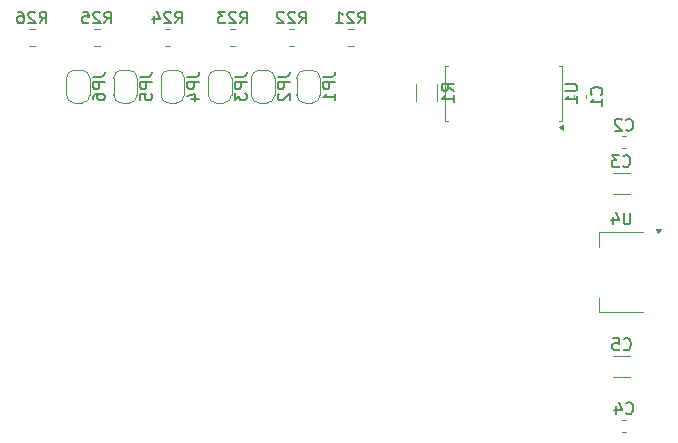
<source format=gbr>
%TF.GenerationSoftware,KiCad,Pcbnew,9.0.3*%
%TF.CreationDate,2025-07-24T22:11:21+07:00*%
%TF.ProjectId,flying thing that crashes,666c7969-6e67-4207-9468-696e67207468,rev?*%
%TF.SameCoordinates,Original*%
%TF.FileFunction,Legend,Bot*%
%TF.FilePolarity,Positive*%
%FSLAX45Y45*%
G04 Gerber Fmt 4.5, Leading zero omitted, Abs format (unit mm)*
G04 Created by KiCad (PCBNEW 9.0.3) date 2025-07-24 22:11:21*
%MOMM*%
%LPD*%
G01*
G04 APERTURE LIST*
%ADD10C,0.150000*%
%ADD11C,0.120000*%
G04 APERTURE END LIST*
D10*
X8528958Y-4963333D02*
X8533720Y-4958571D01*
X8533720Y-4958571D02*
X8538482Y-4944286D01*
X8538482Y-4944286D02*
X8538482Y-4934762D01*
X8538482Y-4934762D02*
X8533720Y-4920476D01*
X8533720Y-4920476D02*
X8524196Y-4910952D01*
X8524196Y-4910952D02*
X8514672Y-4906191D01*
X8514672Y-4906191D02*
X8495625Y-4901429D01*
X8495625Y-4901429D02*
X8481339Y-4901429D01*
X8481339Y-4901429D02*
X8462291Y-4906191D01*
X8462291Y-4906191D02*
X8452768Y-4910952D01*
X8452768Y-4910952D02*
X8443244Y-4920476D01*
X8443244Y-4920476D02*
X8438482Y-4934762D01*
X8438482Y-4934762D02*
X8438482Y-4944286D01*
X8438482Y-4944286D02*
X8443244Y-4958571D01*
X8443244Y-4958571D02*
X8448006Y-4963333D01*
X8538482Y-5058571D02*
X8538482Y-5001429D01*
X8538482Y-5030000D02*
X8438482Y-5030000D01*
X8438482Y-5030000D02*
X8452768Y-5020476D01*
X8452768Y-5020476D02*
X8462291Y-5010952D01*
X8462291Y-5010952D02*
X8467053Y-5001429D01*
X5973036Y-4361482D02*
X6006369Y-4313863D01*
X6030178Y-4361482D02*
X6030178Y-4261482D01*
X6030178Y-4261482D02*
X5992083Y-4261482D01*
X5992083Y-4261482D02*
X5982559Y-4266244D01*
X5982559Y-4266244D02*
X5977798Y-4271006D01*
X5977798Y-4271006D02*
X5973036Y-4280530D01*
X5973036Y-4280530D02*
X5973036Y-4294815D01*
X5973036Y-4294815D02*
X5977798Y-4304339D01*
X5977798Y-4304339D02*
X5982559Y-4309101D01*
X5982559Y-4309101D02*
X5992083Y-4313863D01*
X5992083Y-4313863D02*
X6030178Y-4313863D01*
X5934940Y-4271006D02*
X5930178Y-4266244D01*
X5930178Y-4266244D02*
X5920655Y-4261482D01*
X5920655Y-4261482D02*
X5896845Y-4261482D01*
X5896845Y-4261482D02*
X5887321Y-4266244D01*
X5887321Y-4266244D02*
X5882559Y-4271006D01*
X5882559Y-4271006D02*
X5877798Y-4280530D01*
X5877798Y-4280530D02*
X5877798Y-4290053D01*
X5877798Y-4290053D02*
X5882559Y-4304339D01*
X5882559Y-4304339D02*
X5939702Y-4361482D01*
X5939702Y-4361482D02*
X5877798Y-4361482D01*
X5839702Y-4271006D02*
X5834940Y-4266244D01*
X5834940Y-4266244D02*
X5825417Y-4261482D01*
X5825417Y-4261482D02*
X5801607Y-4261482D01*
X5801607Y-4261482D02*
X5792083Y-4266244D01*
X5792083Y-4266244D02*
X5787321Y-4271006D01*
X5787321Y-4271006D02*
X5782559Y-4280530D01*
X5782559Y-4280530D02*
X5782559Y-4290053D01*
X5782559Y-4290053D02*
X5787321Y-4304339D01*
X5787321Y-4304339D02*
X5844464Y-4361482D01*
X5844464Y-4361482D02*
X5782559Y-4361482D01*
X8719167Y-7118458D02*
X8723929Y-7123220D01*
X8723929Y-7123220D02*
X8738214Y-7127982D01*
X8738214Y-7127982D02*
X8747738Y-7127982D01*
X8747738Y-7127982D02*
X8762024Y-7123220D01*
X8762024Y-7123220D02*
X8771548Y-7113696D01*
X8771548Y-7113696D02*
X8776309Y-7104172D01*
X8776309Y-7104172D02*
X8781071Y-7085125D01*
X8781071Y-7085125D02*
X8781071Y-7070839D01*
X8781071Y-7070839D02*
X8776309Y-7051791D01*
X8776309Y-7051791D02*
X8771548Y-7042268D01*
X8771548Y-7042268D02*
X8762024Y-7032744D01*
X8762024Y-7032744D02*
X8747738Y-7027982D01*
X8747738Y-7027982D02*
X8738214Y-7027982D01*
X8738214Y-7027982D02*
X8723929Y-7032744D01*
X8723929Y-7032744D02*
X8719167Y-7037506D01*
X8628690Y-7027982D02*
X8676309Y-7027982D01*
X8676309Y-7027982D02*
X8681071Y-7075601D01*
X8681071Y-7075601D02*
X8676309Y-7070839D01*
X8676309Y-7070839D02*
X8666786Y-7066077D01*
X8666786Y-7066077D02*
X8642976Y-7066077D01*
X8642976Y-7066077D02*
X8633452Y-7070839D01*
X8633452Y-7070839D02*
X8628690Y-7075601D01*
X8628690Y-7075601D02*
X8623929Y-7085125D01*
X8623929Y-7085125D02*
X8623929Y-7108934D01*
X8623929Y-7108934D02*
X8628690Y-7118458D01*
X8628690Y-7118458D02*
X8633452Y-7123220D01*
X8633452Y-7123220D02*
X8642976Y-7127982D01*
X8642976Y-7127982D02*
X8666786Y-7127982D01*
X8666786Y-7127982D02*
X8676309Y-7123220D01*
X8676309Y-7123220D02*
X8681071Y-7118458D01*
X4625482Y-4812667D02*
X4696910Y-4812667D01*
X4696910Y-4812667D02*
X4711196Y-4807905D01*
X4711196Y-4807905D02*
X4720720Y-4798381D01*
X4720720Y-4798381D02*
X4725482Y-4784095D01*
X4725482Y-4784095D02*
X4725482Y-4774571D01*
X4725482Y-4860286D02*
X4625482Y-4860286D01*
X4625482Y-4860286D02*
X4625482Y-4898381D01*
X4625482Y-4898381D02*
X4630244Y-4907905D01*
X4630244Y-4907905D02*
X4635006Y-4912667D01*
X4635006Y-4912667D02*
X4644530Y-4917429D01*
X4644530Y-4917429D02*
X4658815Y-4917429D01*
X4658815Y-4917429D02*
X4668339Y-4912667D01*
X4668339Y-4912667D02*
X4673101Y-4907905D01*
X4673101Y-4907905D02*
X4677863Y-4898381D01*
X4677863Y-4898381D02*
X4677863Y-4860286D01*
X4625482Y-5007905D02*
X4625482Y-4960286D01*
X4625482Y-4960286D02*
X4673101Y-4955524D01*
X4673101Y-4955524D02*
X4668339Y-4960286D01*
X4668339Y-4960286D02*
X4663577Y-4969810D01*
X4663577Y-4969810D02*
X4663577Y-4993619D01*
X4663577Y-4993619D02*
X4668339Y-5003143D01*
X4668339Y-5003143D02*
X4673101Y-5007905D01*
X4673101Y-5007905D02*
X4682625Y-5012667D01*
X4682625Y-5012667D02*
X4706434Y-5012667D01*
X4706434Y-5012667D02*
X4715958Y-5007905D01*
X4715958Y-5007905D02*
X4720720Y-5003143D01*
X4720720Y-5003143D02*
X4725482Y-4993619D01*
X4725482Y-4993619D02*
X4725482Y-4969810D01*
X4725482Y-4969810D02*
X4720720Y-4960286D01*
X4720720Y-4960286D02*
X4715958Y-4955524D01*
X8739167Y-7660458D02*
X8743929Y-7665220D01*
X8743929Y-7665220D02*
X8758214Y-7669982D01*
X8758214Y-7669982D02*
X8767738Y-7669982D01*
X8767738Y-7669982D02*
X8782024Y-7665220D01*
X8782024Y-7665220D02*
X8791548Y-7655696D01*
X8791548Y-7655696D02*
X8796309Y-7646172D01*
X8796309Y-7646172D02*
X8801071Y-7627125D01*
X8801071Y-7627125D02*
X8801071Y-7612839D01*
X8801071Y-7612839D02*
X8796309Y-7593791D01*
X8796309Y-7593791D02*
X8791548Y-7584268D01*
X8791548Y-7584268D02*
X8782024Y-7574744D01*
X8782024Y-7574744D02*
X8767738Y-7569982D01*
X8767738Y-7569982D02*
X8758214Y-7569982D01*
X8758214Y-7569982D02*
X8743929Y-7574744D01*
X8743929Y-7574744D02*
X8739167Y-7579506D01*
X8653452Y-7603315D02*
X8653452Y-7669982D01*
X8677262Y-7565220D02*
X8701071Y-7636648D01*
X8701071Y-7636648D02*
X8639167Y-7636648D01*
X7278482Y-4932083D02*
X7230863Y-4898750D01*
X7278482Y-4874941D02*
X7178482Y-4874941D01*
X7178482Y-4874941D02*
X7178482Y-4913036D01*
X7178482Y-4913036D02*
X7183244Y-4922560D01*
X7183244Y-4922560D02*
X7188006Y-4927321D01*
X7188006Y-4927321D02*
X7197529Y-4932083D01*
X7197529Y-4932083D02*
X7211815Y-4932083D01*
X7211815Y-4932083D02*
X7221339Y-4927321D01*
X7221339Y-4927321D02*
X7226101Y-4922560D01*
X7226101Y-4922560D02*
X7230863Y-4913036D01*
X7230863Y-4913036D02*
X7230863Y-4874941D01*
X7278482Y-5027321D02*
X7278482Y-4970179D01*
X7278482Y-4998750D02*
X7178482Y-4998750D01*
X7178482Y-4998750D02*
X7192768Y-4989226D01*
X7192768Y-4989226D02*
X7202291Y-4979702D01*
X7202291Y-4979702D02*
X7207053Y-4970179D01*
X5425482Y-4812667D02*
X5496910Y-4812667D01*
X5496910Y-4812667D02*
X5511196Y-4807905D01*
X5511196Y-4807905D02*
X5520720Y-4798381D01*
X5520720Y-4798381D02*
X5525482Y-4784095D01*
X5525482Y-4784095D02*
X5525482Y-4774571D01*
X5525482Y-4860286D02*
X5425482Y-4860286D01*
X5425482Y-4860286D02*
X5425482Y-4898381D01*
X5425482Y-4898381D02*
X5430244Y-4907905D01*
X5430244Y-4907905D02*
X5435006Y-4912667D01*
X5435006Y-4912667D02*
X5444530Y-4917429D01*
X5444530Y-4917429D02*
X5458815Y-4917429D01*
X5458815Y-4917429D02*
X5468339Y-4912667D01*
X5468339Y-4912667D02*
X5473101Y-4907905D01*
X5473101Y-4907905D02*
X5477863Y-4898381D01*
X5477863Y-4898381D02*
X5477863Y-4860286D01*
X5425482Y-4950762D02*
X5425482Y-5012667D01*
X5425482Y-5012667D02*
X5463577Y-4979333D01*
X5463577Y-4979333D02*
X5463577Y-4993619D01*
X5463577Y-4993619D02*
X5468339Y-5003143D01*
X5468339Y-5003143D02*
X5473101Y-5007905D01*
X5473101Y-5007905D02*
X5482625Y-5012667D01*
X5482625Y-5012667D02*
X5506434Y-5012667D01*
X5506434Y-5012667D02*
X5515958Y-5007905D01*
X5515958Y-5007905D02*
X5520720Y-5003143D01*
X5520720Y-5003143D02*
X5525482Y-4993619D01*
X5525482Y-4993619D02*
X5525482Y-4965048D01*
X5525482Y-4965048D02*
X5520720Y-4955524D01*
X5520720Y-4955524D02*
X5515958Y-4950762D01*
X5025482Y-4812667D02*
X5096910Y-4812667D01*
X5096910Y-4812667D02*
X5111196Y-4807905D01*
X5111196Y-4807905D02*
X5120720Y-4798381D01*
X5120720Y-4798381D02*
X5125482Y-4784095D01*
X5125482Y-4784095D02*
X5125482Y-4774571D01*
X5125482Y-4860286D02*
X5025482Y-4860286D01*
X5025482Y-4860286D02*
X5025482Y-4898381D01*
X5025482Y-4898381D02*
X5030244Y-4907905D01*
X5030244Y-4907905D02*
X5035006Y-4912667D01*
X5035006Y-4912667D02*
X5044530Y-4917429D01*
X5044530Y-4917429D02*
X5058815Y-4917429D01*
X5058815Y-4917429D02*
X5068339Y-4912667D01*
X5068339Y-4912667D02*
X5073101Y-4907905D01*
X5073101Y-4907905D02*
X5077863Y-4898381D01*
X5077863Y-4898381D02*
X5077863Y-4860286D01*
X5058815Y-5003143D02*
X5125482Y-5003143D01*
X5020720Y-4979333D02*
X5092149Y-4955524D01*
X5092149Y-4955524D02*
X5092149Y-5017429D01*
X4225482Y-4812667D02*
X4296910Y-4812667D01*
X4296910Y-4812667D02*
X4311196Y-4807905D01*
X4311196Y-4807905D02*
X4320720Y-4798381D01*
X4320720Y-4798381D02*
X4325482Y-4784095D01*
X4325482Y-4784095D02*
X4325482Y-4774571D01*
X4325482Y-4860286D02*
X4225482Y-4860286D01*
X4225482Y-4860286D02*
X4225482Y-4898381D01*
X4225482Y-4898381D02*
X4230244Y-4907905D01*
X4230244Y-4907905D02*
X4235006Y-4912667D01*
X4235006Y-4912667D02*
X4244530Y-4917429D01*
X4244530Y-4917429D02*
X4258815Y-4917429D01*
X4258815Y-4917429D02*
X4268339Y-4912667D01*
X4268339Y-4912667D02*
X4273101Y-4907905D01*
X4273101Y-4907905D02*
X4277863Y-4898381D01*
X4277863Y-4898381D02*
X4277863Y-4860286D01*
X4225482Y-5003143D02*
X4225482Y-4984095D01*
X4225482Y-4984095D02*
X4230244Y-4974571D01*
X4230244Y-4974571D02*
X4235006Y-4969810D01*
X4235006Y-4969810D02*
X4249291Y-4960286D01*
X4249291Y-4960286D02*
X4268339Y-4955524D01*
X4268339Y-4955524D02*
X4306434Y-4955524D01*
X4306434Y-4955524D02*
X4315958Y-4960286D01*
X4315958Y-4960286D02*
X4320720Y-4965048D01*
X4320720Y-4965048D02*
X4325482Y-4974571D01*
X4325482Y-4974571D02*
X4325482Y-4993619D01*
X4325482Y-4993619D02*
X4320720Y-5003143D01*
X4320720Y-5003143D02*
X4315958Y-5007905D01*
X4315958Y-5007905D02*
X4306434Y-5012667D01*
X4306434Y-5012667D02*
X4282625Y-5012667D01*
X4282625Y-5012667D02*
X4273101Y-5007905D01*
X4273101Y-5007905D02*
X4268339Y-5003143D01*
X4268339Y-5003143D02*
X4263577Y-4993619D01*
X4263577Y-4993619D02*
X4263577Y-4974571D01*
X4263577Y-4974571D02*
X4268339Y-4965048D01*
X4268339Y-4965048D02*
X4273101Y-4960286D01*
X4273101Y-4960286D02*
X4282625Y-4955524D01*
X8714167Y-5568458D02*
X8718929Y-5573220D01*
X8718929Y-5573220D02*
X8733214Y-5577982D01*
X8733214Y-5577982D02*
X8742738Y-5577982D01*
X8742738Y-5577982D02*
X8757024Y-5573220D01*
X8757024Y-5573220D02*
X8766548Y-5563696D01*
X8766548Y-5563696D02*
X8771309Y-5554172D01*
X8771309Y-5554172D02*
X8776071Y-5535125D01*
X8776071Y-5535125D02*
X8776071Y-5520839D01*
X8776071Y-5520839D02*
X8771309Y-5501791D01*
X8771309Y-5501791D02*
X8766548Y-5492268D01*
X8766548Y-5492268D02*
X8757024Y-5482744D01*
X8757024Y-5482744D02*
X8742738Y-5477982D01*
X8742738Y-5477982D02*
X8733214Y-5477982D01*
X8733214Y-5477982D02*
X8718929Y-5482744D01*
X8718929Y-5482744D02*
X8714167Y-5487506D01*
X8680833Y-5477982D02*
X8618929Y-5477982D01*
X8618929Y-5477982D02*
X8652262Y-5516077D01*
X8652262Y-5516077D02*
X8637976Y-5516077D01*
X8637976Y-5516077D02*
X8628452Y-5520839D01*
X8628452Y-5520839D02*
X8623690Y-5525601D01*
X8623690Y-5525601D02*
X8618929Y-5535125D01*
X8618929Y-5535125D02*
X8618929Y-5558934D01*
X8618929Y-5558934D02*
X8623690Y-5568458D01*
X8623690Y-5568458D02*
X8628452Y-5573220D01*
X8628452Y-5573220D02*
X8637976Y-5577982D01*
X8637976Y-5577982D02*
X8666548Y-5577982D01*
X8666548Y-5577982D02*
X8676071Y-5573220D01*
X8676071Y-5573220D02*
X8680833Y-5568458D01*
X4323036Y-4361482D02*
X4356369Y-4313863D01*
X4380179Y-4361482D02*
X4380179Y-4261482D01*
X4380179Y-4261482D02*
X4342083Y-4261482D01*
X4342083Y-4261482D02*
X4332560Y-4266244D01*
X4332560Y-4266244D02*
X4327798Y-4271006D01*
X4327798Y-4271006D02*
X4323036Y-4280530D01*
X4323036Y-4280530D02*
X4323036Y-4294815D01*
X4323036Y-4294815D02*
X4327798Y-4304339D01*
X4327798Y-4304339D02*
X4332560Y-4309101D01*
X4332560Y-4309101D02*
X4342083Y-4313863D01*
X4342083Y-4313863D02*
X4380179Y-4313863D01*
X4284940Y-4271006D02*
X4280179Y-4266244D01*
X4280179Y-4266244D02*
X4270655Y-4261482D01*
X4270655Y-4261482D02*
X4246845Y-4261482D01*
X4246845Y-4261482D02*
X4237321Y-4266244D01*
X4237321Y-4266244D02*
X4232560Y-4271006D01*
X4232560Y-4271006D02*
X4227798Y-4280530D01*
X4227798Y-4280530D02*
X4227798Y-4290053D01*
X4227798Y-4290053D02*
X4232560Y-4304339D01*
X4232560Y-4304339D02*
X4289702Y-4361482D01*
X4289702Y-4361482D02*
X4227798Y-4361482D01*
X4137321Y-4261482D02*
X4184940Y-4261482D01*
X4184940Y-4261482D02*
X4189702Y-4309101D01*
X4189702Y-4309101D02*
X4184940Y-4304339D01*
X4184940Y-4304339D02*
X4175417Y-4299577D01*
X4175417Y-4299577D02*
X4151607Y-4299577D01*
X4151607Y-4299577D02*
X4142083Y-4304339D01*
X4142083Y-4304339D02*
X4137321Y-4309101D01*
X4137321Y-4309101D02*
X4132559Y-4318625D01*
X4132559Y-4318625D02*
X4132559Y-4342434D01*
X4132559Y-4342434D02*
X4137321Y-4351958D01*
X4137321Y-4351958D02*
X4142083Y-4356720D01*
X4142083Y-4356720D02*
X4151607Y-4361482D01*
X4151607Y-4361482D02*
X4175417Y-4361482D01*
X4175417Y-4361482D02*
X4184940Y-4356720D01*
X4184940Y-4356720D02*
X4189702Y-4351958D01*
X5790482Y-4812667D02*
X5861910Y-4812667D01*
X5861910Y-4812667D02*
X5876196Y-4807905D01*
X5876196Y-4807905D02*
X5885720Y-4798381D01*
X5885720Y-4798381D02*
X5890482Y-4784095D01*
X5890482Y-4784095D02*
X5890482Y-4774571D01*
X5890482Y-4860286D02*
X5790482Y-4860286D01*
X5790482Y-4860286D02*
X5790482Y-4898381D01*
X5790482Y-4898381D02*
X5795244Y-4907905D01*
X5795244Y-4907905D02*
X5800006Y-4912667D01*
X5800006Y-4912667D02*
X5809529Y-4917429D01*
X5809529Y-4917429D02*
X5823815Y-4917429D01*
X5823815Y-4917429D02*
X5833339Y-4912667D01*
X5833339Y-4912667D02*
X5838101Y-4907905D01*
X5838101Y-4907905D02*
X5842863Y-4898381D01*
X5842863Y-4898381D02*
X5842863Y-4860286D01*
X5800006Y-4955524D02*
X5795244Y-4960286D01*
X5795244Y-4960286D02*
X5790482Y-4969810D01*
X5790482Y-4969810D02*
X5790482Y-4993619D01*
X5790482Y-4993619D02*
X5795244Y-5003143D01*
X5795244Y-5003143D02*
X5800006Y-5007905D01*
X5800006Y-5007905D02*
X5809529Y-5012667D01*
X5809529Y-5012667D02*
X5819053Y-5012667D01*
X5819053Y-5012667D02*
X5833339Y-5007905D01*
X5833339Y-5007905D02*
X5890482Y-4950762D01*
X5890482Y-4950762D02*
X5890482Y-5012667D01*
X8225482Y-4876310D02*
X8306434Y-4876310D01*
X8306434Y-4876310D02*
X8315958Y-4881071D01*
X8315958Y-4881071D02*
X8320720Y-4885833D01*
X8320720Y-4885833D02*
X8325482Y-4895357D01*
X8325482Y-4895357D02*
X8325482Y-4914405D01*
X8325482Y-4914405D02*
X8320720Y-4923929D01*
X8320720Y-4923929D02*
X8315958Y-4928690D01*
X8315958Y-4928690D02*
X8306434Y-4933452D01*
X8306434Y-4933452D02*
X8225482Y-4933452D01*
X8325482Y-5033452D02*
X8325482Y-4976310D01*
X8325482Y-5004881D02*
X8225482Y-5004881D01*
X8225482Y-5004881D02*
X8239768Y-4995357D01*
X8239768Y-4995357D02*
X8249291Y-4985833D01*
X8249291Y-4985833D02*
X8254053Y-4976310D01*
X8739167Y-5260458D02*
X8743929Y-5265220D01*
X8743929Y-5265220D02*
X8758214Y-5269982D01*
X8758214Y-5269982D02*
X8767738Y-5269982D01*
X8767738Y-5269982D02*
X8782024Y-5265220D01*
X8782024Y-5265220D02*
X8791548Y-5255696D01*
X8791548Y-5255696D02*
X8796309Y-5246172D01*
X8796309Y-5246172D02*
X8801071Y-5227125D01*
X8801071Y-5227125D02*
X8801071Y-5212839D01*
X8801071Y-5212839D02*
X8796309Y-5193791D01*
X8796309Y-5193791D02*
X8791548Y-5184268D01*
X8791548Y-5184268D02*
X8782024Y-5174744D01*
X8782024Y-5174744D02*
X8767738Y-5169982D01*
X8767738Y-5169982D02*
X8758214Y-5169982D01*
X8758214Y-5169982D02*
X8743929Y-5174744D01*
X8743929Y-5174744D02*
X8739167Y-5179506D01*
X8701071Y-5179506D02*
X8696309Y-5174744D01*
X8696309Y-5174744D02*
X8686786Y-5169982D01*
X8686786Y-5169982D02*
X8662976Y-5169982D01*
X8662976Y-5169982D02*
X8653452Y-5174744D01*
X8653452Y-5174744D02*
X8648690Y-5179506D01*
X8648690Y-5179506D02*
X8643929Y-5189030D01*
X8643929Y-5189030D02*
X8643929Y-5198553D01*
X8643929Y-5198553D02*
X8648690Y-5212839D01*
X8648690Y-5212839D02*
X8705833Y-5269982D01*
X8705833Y-5269982D02*
X8643929Y-5269982D01*
X8776190Y-5962982D02*
X8776190Y-6043934D01*
X8776190Y-6043934D02*
X8771429Y-6053458D01*
X8771429Y-6053458D02*
X8766667Y-6058220D01*
X8766667Y-6058220D02*
X8757143Y-6062982D01*
X8757143Y-6062982D02*
X8738095Y-6062982D01*
X8738095Y-6062982D02*
X8728571Y-6058220D01*
X8728571Y-6058220D02*
X8723810Y-6053458D01*
X8723810Y-6053458D02*
X8719048Y-6043934D01*
X8719048Y-6043934D02*
X8719048Y-5962982D01*
X8628571Y-5996315D02*
X8628571Y-6062982D01*
X8652381Y-5958220D02*
X8676190Y-6029648D01*
X8676190Y-6029648D02*
X8614286Y-6029648D01*
X3773036Y-4361482D02*
X3806369Y-4313863D01*
X3830178Y-4361482D02*
X3830178Y-4261482D01*
X3830178Y-4261482D02*
X3792083Y-4261482D01*
X3792083Y-4261482D02*
X3782559Y-4266244D01*
X3782559Y-4266244D02*
X3777798Y-4271006D01*
X3777798Y-4271006D02*
X3773036Y-4280530D01*
X3773036Y-4280530D02*
X3773036Y-4294815D01*
X3773036Y-4294815D02*
X3777798Y-4304339D01*
X3777798Y-4304339D02*
X3782559Y-4309101D01*
X3782559Y-4309101D02*
X3792083Y-4313863D01*
X3792083Y-4313863D02*
X3830178Y-4313863D01*
X3734940Y-4271006D02*
X3730178Y-4266244D01*
X3730178Y-4266244D02*
X3720655Y-4261482D01*
X3720655Y-4261482D02*
X3696845Y-4261482D01*
X3696845Y-4261482D02*
X3687321Y-4266244D01*
X3687321Y-4266244D02*
X3682559Y-4271006D01*
X3682559Y-4271006D02*
X3677798Y-4280530D01*
X3677798Y-4280530D02*
X3677798Y-4290053D01*
X3677798Y-4290053D02*
X3682559Y-4304339D01*
X3682559Y-4304339D02*
X3739702Y-4361482D01*
X3739702Y-4361482D02*
X3677798Y-4361482D01*
X3592083Y-4261482D02*
X3611131Y-4261482D01*
X3611131Y-4261482D02*
X3620655Y-4266244D01*
X3620655Y-4266244D02*
X3625417Y-4271006D01*
X3625417Y-4271006D02*
X3634940Y-4285291D01*
X3634940Y-4285291D02*
X3639702Y-4304339D01*
X3639702Y-4304339D02*
X3639702Y-4342434D01*
X3639702Y-4342434D02*
X3634940Y-4351958D01*
X3634940Y-4351958D02*
X3630178Y-4356720D01*
X3630178Y-4356720D02*
X3620655Y-4361482D01*
X3620655Y-4361482D02*
X3601607Y-4361482D01*
X3601607Y-4361482D02*
X3592083Y-4356720D01*
X3592083Y-4356720D02*
X3587321Y-4351958D01*
X3587321Y-4351958D02*
X3582559Y-4342434D01*
X3582559Y-4342434D02*
X3582559Y-4318625D01*
X3582559Y-4318625D02*
X3587321Y-4309101D01*
X3587321Y-4309101D02*
X3592083Y-4304339D01*
X3592083Y-4304339D02*
X3601607Y-4299577D01*
X3601607Y-4299577D02*
X3620655Y-4299577D01*
X3620655Y-4299577D02*
X3630178Y-4304339D01*
X3630178Y-4304339D02*
X3634940Y-4309101D01*
X3634940Y-4309101D02*
X3639702Y-4318625D01*
X4923036Y-4361482D02*
X4956369Y-4313863D01*
X4980179Y-4361482D02*
X4980179Y-4261482D01*
X4980179Y-4261482D02*
X4942083Y-4261482D01*
X4942083Y-4261482D02*
X4932560Y-4266244D01*
X4932560Y-4266244D02*
X4927798Y-4271006D01*
X4927798Y-4271006D02*
X4923036Y-4280530D01*
X4923036Y-4280530D02*
X4923036Y-4294815D01*
X4923036Y-4294815D02*
X4927798Y-4304339D01*
X4927798Y-4304339D02*
X4932560Y-4309101D01*
X4932560Y-4309101D02*
X4942083Y-4313863D01*
X4942083Y-4313863D02*
X4980179Y-4313863D01*
X4884940Y-4271006D02*
X4880179Y-4266244D01*
X4880179Y-4266244D02*
X4870655Y-4261482D01*
X4870655Y-4261482D02*
X4846845Y-4261482D01*
X4846845Y-4261482D02*
X4837321Y-4266244D01*
X4837321Y-4266244D02*
X4832560Y-4271006D01*
X4832560Y-4271006D02*
X4827798Y-4280530D01*
X4827798Y-4280530D02*
X4827798Y-4290053D01*
X4827798Y-4290053D02*
X4832560Y-4304339D01*
X4832560Y-4304339D02*
X4889702Y-4361482D01*
X4889702Y-4361482D02*
X4827798Y-4361482D01*
X4742083Y-4294815D02*
X4742083Y-4361482D01*
X4765893Y-4256720D02*
X4789702Y-4328149D01*
X4789702Y-4328149D02*
X4727798Y-4328149D01*
X6473036Y-4361482D02*
X6506369Y-4313863D01*
X6530178Y-4361482D02*
X6530178Y-4261482D01*
X6530178Y-4261482D02*
X6492083Y-4261482D01*
X6492083Y-4261482D02*
X6482559Y-4266244D01*
X6482559Y-4266244D02*
X6477798Y-4271006D01*
X6477798Y-4271006D02*
X6473036Y-4280530D01*
X6473036Y-4280530D02*
X6473036Y-4294815D01*
X6473036Y-4294815D02*
X6477798Y-4304339D01*
X6477798Y-4304339D02*
X6482559Y-4309101D01*
X6482559Y-4309101D02*
X6492083Y-4313863D01*
X6492083Y-4313863D02*
X6530178Y-4313863D01*
X6434940Y-4271006D02*
X6430178Y-4266244D01*
X6430178Y-4266244D02*
X6420655Y-4261482D01*
X6420655Y-4261482D02*
X6396845Y-4261482D01*
X6396845Y-4261482D02*
X6387321Y-4266244D01*
X6387321Y-4266244D02*
X6382559Y-4271006D01*
X6382559Y-4271006D02*
X6377798Y-4280530D01*
X6377798Y-4280530D02*
X6377798Y-4290053D01*
X6377798Y-4290053D02*
X6382559Y-4304339D01*
X6382559Y-4304339D02*
X6439702Y-4361482D01*
X6439702Y-4361482D02*
X6377798Y-4361482D01*
X6282559Y-4361482D02*
X6339702Y-4361482D01*
X6311131Y-4361482D02*
X6311131Y-4261482D01*
X6311131Y-4261482D02*
X6320655Y-4275768D01*
X6320655Y-4275768D02*
X6330178Y-4285291D01*
X6330178Y-4285291D02*
X6339702Y-4290053D01*
X5473036Y-4361482D02*
X5506369Y-4313863D01*
X5530179Y-4361482D02*
X5530179Y-4261482D01*
X5530179Y-4261482D02*
X5492083Y-4261482D01*
X5492083Y-4261482D02*
X5482560Y-4266244D01*
X5482560Y-4266244D02*
X5477798Y-4271006D01*
X5477798Y-4271006D02*
X5473036Y-4280530D01*
X5473036Y-4280530D02*
X5473036Y-4294815D01*
X5473036Y-4294815D02*
X5477798Y-4304339D01*
X5477798Y-4304339D02*
X5482560Y-4309101D01*
X5482560Y-4309101D02*
X5492083Y-4313863D01*
X5492083Y-4313863D02*
X5530179Y-4313863D01*
X5434940Y-4271006D02*
X5430179Y-4266244D01*
X5430179Y-4266244D02*
X5420655Y-4261482D01*
X5420655Y-4261482D02*
X5396845Y-4261482D01*
X5396845Y-4261482D02*
X5387321Y-4266244D01*
X5387321Y-4266244D02*
X5382560Y-4271006D01*
X5382560Y-4271006D02*
X5377798Y-4280530D01*
X5377798Y-4280530D02*
X5377798Y-4290053D01*
X5377798Y-4290053D02*
X5382560Y-4304339D01*
X5382560Y-4304339D02*
X5439702Y-4361482D01*
X5439702Y-4361482D02*
X5377798Y-4361482D01*
X5344464Y-4261482D02*
X5282560Y-4261482D01*
X5282560Y-4261482D02*
X5315893Y-4299577D01*
X5315893Y-4299577D02*
X5301607Y-4299577D01*
X5301607Y-4299577D02*
X5292083Y-4304339D01*
X5292083Y-4304339D02*
X5287321Y-4309101D01*
X5287321Y-4309101D02*
X5282560Y-4318625D01*
X5282560Y-4318625D02*
X5282560Y-4342434D01*
X5282560Y-4342434D02*
X5287321Y-4351958D01*
X5287321Y-4351958D02*
X5292083Y-4356720D01*
X5292083Y-4356720D02*
X5301607Y-4361482D01*
X5301607Y-4361482D02*
X5330179Y-4361482D01*
X5330179Y-4361482D02*
X5339702Y-4356720D01*
X5339702Y-4356720D02*
X5344464Y-4351958D01*
X6175482Y-4812667D02*
X6246910Y-4812667D01*
X6246910Y-4812667D02*
X6261196Y-4807905D01*
X6261196Y-4807905D02*
X6270720Y-4798381D01*
X6270720Y-4798381D02*
X6275482Y-4784095D01*
X6275482Y-4784095D02*
X6275482Y-4774571D01*
X6275482Y-4860286D02*
X6175482Y-4860286D01*
X6175482Y-4860286D02*
X6175482Y-4898381D01*
X6175482Y-4898381D02*
X6180244Y-4907905D01*
X6180244Y-4907905D02*
X6185006Y-4912667D01*
X6185006Y-4912667D02*
X6194529Y-4917429D01*
X6194529Y-4917429D02*
X6208815Y-4917429D01*
X6208815Y-4917429D02*
X6218339Y-4912667D01*
X6218339Y-4912667D02*
X6223101Y-4907905D01*
X6223101Y-4907905D02*
X6227863Y-4898381D01*
X6227863Y-4898381D02*
X6227863Y-4860286D01*
X6275482Y-5012667D02*
X6275482Y-4955524D01*
X6275482Y-4984095D02*
X6175482Y-4984095D01*
X6175482Y-4984095D02*
X6189768Y-4974571D01*
X6189768Y-4974571D02*
X6199291Y-4965048D01*
X6199291Y-4965048D02*
X6204053Y-4955524D01*
D11*
%TO.C,C1*%
X8299000Y-4994058D02*
X8299000Y-4965942D01*
X8401000Y-4994058D02*
X8401000Y-4965942D01*
%TO.C,R22*%
X5931456Y-4407500D02*
X5886044Y-4407500D01*
X5931456Y-4554500D02*
X5886044Y-4554500D01*
%TO.C,C5*%
X8773625Y-7176500D02*
X8631375Y-7176500D01*
X8773625Y-7358500D02*
X8631375Y-7358500D01*
%TO.C,JP5*%
X4400000Y-4826000D02*
X4400000Y-4966000D01*
X4470000Y-5036000D02*
X4530000Y-5036000D01*
X4530000Y-4756000D02*
X4470000Y-4756000D01*
X4600000Y-4966000D02*
X4600000Y-4826000D01*
X4400000Y-4826000D02*
G75*
G02*
X4470000Y-4756000I70000J0D01*
G01*
X4470000Y-5036000D02*
G75*
G02*
X4400000Y-4966000I0J70000D01*
G01*
X4530000Y-4756000D02*
G75*
G02*
X4600000Y-4826000I0J-70000D01*
G01*
X4600000Y-4966000D02*
G75*
G02*
X4530000Y-5036000I-70000J0D01*
G01*
%TO.C,C4*%
X8736558Y-7716500D02*
X8708442Y-7716500D01*
X8736558Y-7818500D02*
X8708442Y-7818500D01*
%TO.C,R1*%
X6959000Y-5021456D02*
X6959000Y-4876044D01*
X7141000Y-5021456D02*
X7141000Y-4876044D01*
%TO.C,JP3*%
X5200000Y-4826000D02*
X5200000Y-4966000D01*
X5270000Y-5036000D02*
X5330000Y-5036000D01*
X5330000Y-4756000D02*
X5270000Y-4756000D01*
X5400000Y-4966000D02*
X5400000Y-4826000D01*
X5200000Y-4826000D02*
G75*
G02*
X5270000Y-4756000I70000J0D01*
G01*
X5270000Y-5036000D02*
G75*
G02*
X5200000Y-4966000I0J70000D01*
G01*
X5330000Y-4756000D02*
G75*
G02*
X5400000Y-4826000I0J-70000D01*
G01*
X5400000Y-4966000D02*
G75*
G02*
X5330000Y-5036000I-70000J0D01*
G01*
%TO.C,JP4*%
X4800000Y-4826000D02*
X4800000Y-4966000D01*
X4870000Y-5036000D02*
X4930000Y-5036000D01*
X4930000Y-4756000D02*
X4870000Y-4756000D01*
X5000000Y-4966000D02*
X5000000Y-4826000D01*
X4800000Y-4826000D02*
G75*
G02*
X4870000Y-4756000I70000J0D01*
G01*
X4870000Y-5036000D02*
G75*
G02*
X4800000Y-4966000I0J70000D01*
G01*
X4930000Y-4756000D02*
G75*
G02*
X5000000Y-4826000I0J-70000D01*
G01*
X5000000Y-4966000D02*
G75*
G02*
X4930000Y-5036000I-70000J0D01*
G01*
%TO.C,JP6*%
X4000000Y-4826000D02*
X4000000Y-4966000D01*
X4070000Y-5036000D02*
X4130000Y-5036000D01*
X4130000Y-4756000D02*
X4070000Y-4756000D01*
X4200000Y-4966000D02*
X4200000Y-4826000D01*
X4000000Y-4826000D02*
G75*
G02*
X4070000Y-4756000I70000J0D01*
G01*
X4070000Y-5036000D02*
G75*
G02*
X4000000Y-4966000I0J70000D01*
G01*
X4130000Y-4756000D02*
G75*
G02*
X4200000Y-4826000I0J-70000D01*
G01*
X4200000Y-4966000D02*
G75*
G02*
X4130000Y-5036000I-70000J0D01*
G01*
%TO.C,C3*%
X8768625Y-5626500D02*
X8626375Y-5626500D01*
X8768625Y-5808500D02*
X8626375Y-5808500D01*
%TO.C,R25*%
X4281456Y-4407500D02*
X4236044Y-4407500D01*
X4281456Y-4554500D02*
X4236044Y-4554500D01*
%TO.C,JP2*%
X5565000Y-4826000D02*
X5565000Y-4966000D01*
X5635000Y-5036000D02*
X5695000Y-5036000D01*
X5695000Y-4756000D02*
X5635000Y-4756000D01*
X5765000Y-4966000D02*
X5765000Y-4826000D01*
X5565000Y-4826000D02*
G75*
G02*
X5635000Y-4756000I70000J0D01*
G01*
X5635000Y-5036000D02*
G75*
G02*
X5565000Y-4966000I0J70000D01*
G01*
X5695000Y-4756000D02*
G75*
G02*
X5765000Y-4826000I0J-70000D01*
G01*
X5765000Y-4966000D02*
G75*
G02*
X5695000Y-5036000I-70000J0D01*
G01*
%TO.C,U1*%
X7204000Y-4721500D02*
X7231500Y-4721500D01*
X7204000Y-4952500D02*
X7204000Y-4721500D01*
X7204000Y-4952500D02*
X7204000Y-5183500D01*
X7204000Y-5183500D02*
X7231500Y-5183500D01*
X8196000Y-4721500D02*
X8168500Y-4721500D01*
X8196000Y-4952500D02*
X8196000Y-4721500D01*
X8196000Y-4952500D02*
X8196000Y-5183500D01*
X8196000Y-5183500D02*
X8168500Y-5183500D01*
X8201500Y-5266500D02*
X8168500Y-5242500D01*
X8201500Y-5218500D01*
X8201500Y-5266500D01*
G36*
X8201500Y-5266500D02*
G01*
X8168500Y-5242500D01*
X8201500Y-5218500D01*
X8201500Y-5266500D01*
G37*
%TO.C,C2*%
X8736558Y-5316500D02*
X8708442Y-5316500D01*
X8736558Y-5418500D02*
X8708442Y-5418500D01*
%TO.C,U4*%
X8509000Y-6126500D02*
X8509000Y-6252500D01*
X8509000Y-6808500D02*
X8509000Y-6682500D01*
X8885000Y-6126500D02*
X8509000Y-6126500D01*
X8885000Y-6808500D02*
X8509000Y-6808500D01*
X9013000Y-6136500D02*
X8989000Y-6103500D01*
X9037000Y-6103500D01*
X9013000Y-6136500D01*
G36*
X9013000Y-6136500D02*
G01*
X8989000Y-6103500D01*
X9037000Y-6103500D01*
X9013000Y-6136500D01*
G37*
%TO.C,R26*%
X3731456Y-4407500D02*
X3686044Y-4407500D01*
X3731456Y-4554500D02*
X3686044Y-4554500D01*
%TO.C,R24*%
X4881456Y-4407500D02*
X4836044Y-4407500D01*
X4881456Y-4554500D02*
X4836044Y-4554500D01*
%TO.C,R21*%
X6431456Y-4407500D02*
X6386044Y-4407500D01*
X6431456Y-4554500D02*
X6386044Y-4554500D01*
%TO.C,R23*%
X5431456Y-4407500D02*
X5386044Y-4407500D01*
X5431456Y-4554500D02*
X5386044Y-4554500D01*
%TO.C,JP1*%
X5950000Y-4826000D02*
X5950000Y-4966000D01*
X6020000Y-5036000D02*
X6080000Y-5036000D01*
X6080000Y-4756000D02*
X6020000Y-4756000D01*
X6150000Y-4966000D02*
X6150000Y-4826000D01*
X5950000Y-4826000D02*
G75*
G02*
X6020000Y-4756000I70000J0D01*
G01*
X6020000Y-5036000D02*
G75*
G02*
X5950000Y-4966000I0J70000D01*
G01*
X6080000Y-4756000D02*
G75*
G02*
X6150000Y-4826000I0J-70000D01*
G01*
X6150000Y-4966000D02*
G75*
G02*
X6080000Y-5036000I-70000J0D01*
G01*
%TD*%
M02*

</source>
